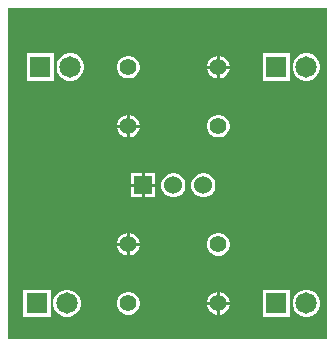
<source format=gbl>
G04*
G04 #@! TF.GenerationSoftware,Altium Limited,Altium Designer,22.10.1 (41)*
G04*
G04 Layer_Physical_Order=2*
G04 Layer_Color=16711680*
%FSLAX25Y25*%
%MOIN*%
G70*
G04*
G04 #@! TF.SameCoordinates,A0270BB2-01BD-44B2-A44C-0491C2069839*
G04*
G04*
G04 #@! TF.FilePolarity,Positive*
G04*
G01*
G75*
%ADD18R,0.06024X0.06024*%
%ADD19C,0.06024*%
%ADD20R,0.07146X0.07146*%
%ADD21C,0.07146*%
%ADD22C,0.05512*%
G36*
X110236Y3937D02*
X3937D01*
Y114173D01*
X110236D01*
Y3937D01*
D02*
G37*
%LPC*%
G36*
X74555Y98243D02*
Y94988D01*
X77810D01*
X77555Y95938D01*
X77061Y96794D01*
X76361Y97494D01*
X75505Y97988D01*
X74555Y98243D01*
D02*
G37*
G36*
X73555D02*
X72605Y97988D01*
X71749Y97494D01*
X71050Y96794D01*
X70555Y95938D01*
X70301Y94988D01*
X73555D01*
Y98243D01*
D02*
G37*
G36*
X77810Y93988D02*
X74555D01*
Y90734D01*
X75505Y90988D01*
X76361Y91483D01*
X77061Y92182D01*
X77555Y93038D01*
X77810Y93988D01*
D02*
G37*
G36*
X73555D02*
X70301D01*
X70555Y93038D01*
X71050Y92182D01*
X71749Y91483D01*
X72605Y90988D01*
X73555Y90734D01*
Y93988D01*
D02*
G37*
G36*
X44550Y98244D02*
X43561D01*
X42605Y97988D01*
X41749Y97494D01*
X41050Y96794D01*
X40555Y95938D01*
X40299Y94983D01*
Y93994D01*
X40555Y93038D01*
X41050Y92182D01*
X41749Y91483D01*
X42605Y90988D01*
X43561Y90732D01*
X44550D01*
X45505Y90988D01*
X46361Y91483D01*
X47061Y92182D01*
X47555Y93038D01*
X47811Y93994D01*
Y94983D01*
X47555Y95938D01*
X47061Y96794D01*
X46361Y97494D01*
X45505Y97988D01*
X44550Y98244D01*
D02*
G37*
G36*
X104027Y99061D02*
X102823D01*
X101660Y98749D01*
X100617Y98147D01*
X99766Y97296D01*
X99164Y96253D01*
X98852Y95090D01*
Y93886D01*
X99164Y92723D01*
X99766Y91680D01*
X100617Y90829D01*
X101660Y90227D01*
X102823Y89915D01*
X104027D01*
X105190Y90227D01*
X106233Y90829D01*
X107084Y91680D01*
X107686Y92723D01*
X107998Y93886D01*
Y95090D01*
X107686Y96253D01*
X107084Y97296D01*
X106233Y98147D01*
X105190Y98749D01*
X104027Y99061D01*
D02*
G37*
G36*
X97998D02*
X88852D01*
Y89915D01*
X97998D01*
Y99061D01*
D02*
G37*
G36*
X25287D02*
X24083D01*
X22920Y98749D01*
X21877Y98147D01*
X21026Y97296D01*
X20424Y96253D01*
X20112Y95090D01*
Y93886D01*
X20424Y92723D01*
X21026Y91680D01*
X21877Y90829D01*
X22920Y90227D01*
X24083Y89915D01*
X25287D01*
X26450Y90227D01*
X27493Y90829D01*
X28344Y91680D01*
X28946Y92723D01*
X29258Y93886D01*
Y95090D01*
X28946Y96253D01*
X28344Y97296D01*
X27493Y98147D01*
X26450Y98749D01*
X25287Y99061D01*
D02*
G37*
G36*
X19258D02*
X10112D01*
Y89915D01*
X19258D01*
Y99061D01*
D02*
G37*
G36*
X44555Y78558D02*
Y75303D01*
X47809D01*
X47555Y76253D01*
X47061Y77109D01*
X46361Y77809D01*
X45505Y78303D01*
X44555Y78558D01*
D02*
G37*
G36*
X43555D02*
X42605Y78303D01*
X41749Y77809D01*
X41050Y77109D01*
X40555Y76253D01*
X40301Y75303D01*
X43555D01*
Y78558D01*
D02*
G37*
G36*
X47809Y74303D02*
X44555D01*
Y71049D01*
X45505Y71303D01*
X46361Y71798D01*
X47061Y72497D01*
X47555Y73353D01*
X47809Y74303D01*
D02*
G37*
G36*
X43555D02*
X40301D01*
X40555Y73353D01*
X41050Y72497D01*
X41749Y71798D01*
X42605Y71303D01*
X43555Y71049D01*
Y74303D01*
D02*
G37*
G36*
X74550Y78559D02*
X73561D01*
X72605Y78303D01*
X71749Y77809D01*
X71050Y77109D01*
X70555Y76253D01*
X70299Y75298D01*
Y74309D01*
X70555Y73353D01*
X71050Y72497D01*
X71749Y71798D01*
X72605Y71303D01*
X73561Y71047D01*
X74550D01*
X75505Y71303D01*
X76361Y71798D01*
X77061Y72497D01*
X77555Y73353D01*
X77811Y74309D01*
Y75298D01*
X77555Y76253D01*
X77061Y77109D01*
X76361Y77809D01*
X75505Y78303D01*
X74550Y78559D01*
D02*
G37*
G36*
X53067Y59130D02*
X49555D01*
Y55618D01*
X53067D01*
Y59130D01*
D02*
G37*
G36*
X48555D02*
X45043D01*
Y55618D01*
X48555D01*
Y59130D01*
D02*
G37*
G36*
X69583D02*
X68527D01*
X67507Y58856D01*
X66592Y58328D01*
X65845Y57581D01*
X65317Y56667D01*
X65043Y55646D01*
Y54590D01*
X65317Y53570D01*
X65845Y52655D01*
X66592Y51908D01*
X67507Y51380D01*
X68527Y51106D01*
X69583D01*
X70604Y51380D01*
X71518Y51908D01*
X72265Y52655D01*
X72794Y53570D01*
X73067Y54590D01*
Y55646D01*
X72794Y56667D01*
X72265Y57581D01*
X71518Y58328D01*
X70604Y58856D01*
X69583Y59130D01*
D02*
G37*
G36*
X59583D02*
X58527D01*
X57507Y58856D01*
X56592Y58328D01*
X55845Y57581D01*
X55317Y56667D01*
X55043Y55646D01*
Y54590D01*
X55317Y53570D01*
X55845Y52655D01*
X56592Y51908D01*
X57507Y51380D01*
X58527Y51106D01*
X59583D01*
X60604Y51380D01*
X61518Y51908D01*
X62265Y52655D01*
X62793Y53570D01*
X63067Y54590D01*
Y55646D01*
X62793Y56667D01*
X62265Y57581D01*
X61518Y58328D01*
X60604Y58856D01*
X59583Y59130D01*
D02*
G37*
G36*
X53067Y54618D02*
X49555D01*
Y51106D01*
X53067D01*
Y54618D01*
D02*
G37*
G36*
X48555D02*
X45043D01*
Y51106D01*
X48555D01*
Y54618D01*
D02*
G37*
G36*
X44555Y39187D02*
Y35933D01*
X47809D01*
X47555Y36883D01*
X47061Y37739D01*
X46361Y38438D01*
X45505Y38933D01*
X44555Y39187D01*
D02*
G37*
G36*
X43555D02*
X42605Y38933D01*
X41749Y38438D01*
X41050Y37739D01*
X40555Y36883D01*
X40301Y35933D01*
X43555D01*
Y39187D01*
D02*
G37*
G36*
X47809Y34933D02*
X44555D01*
Y31679D01*
X45505Y31933D01*
X46361Y32428D01*
X47061Y33127D01*
X47555Y33983D01*
X47809Y34933D01*
D02*
G37*
G36*
X43555D02*
X40301D01*
X40555Y33983D01*
X41050Y33127D01*
X41749Y32428D01*
X42605Y31933D01*
X43555Y31679D01*
Y34933D01*
D02*
G37*
G36*
X74550Y39189D02*
X73561D01*
X72605Y38933D01*
X71749Y38438D01*
X71050Y37739D01*
X70555Y36883D01*
X70299Y35928D01*
Y34939D01*
X70555Y33983D01*
X71050Y33127D01*
X71749Y32428D01*
X72605Y31933D01*
X73561Y31677D01*
X74550D01*
X75505Y31933D01*
X76361Y32428D01*
X77061Y33127D01*
X77555Y33983D01*
X77811Y34939D01*
Y35928D01*
X77555Y36883D01*
X77061Y37739D01*
X76361Y38438D01*
X75505Y38933D01*
X74550Y39189D01*
D02*
G37*
G36*
X74555Y19502D02*
Y16248D01*
X77810D01*
X77555Y17198D01*
X77061Y18054D01*
X76361Y18754D01*
X75505Y19248D01*
X74555Y19502D01*
D02*
G37*
G36*
X73555D02*
X72605Y19248D01*
X71749Y18754D01*
X71050Y18054D01*
X70555Y17198D01*
X70301Y16248D01*
X73555D01*
Y19502D01*
D02*
G37*
G36*
X77810Y15248D02*
X74555D01*
Y11994D01*
X75505Y12248D01*
X76361Y12743D01*
X77061Y13442D01*
X77555Y14298D01*
X77810Y15248D01*
D02*
G37*
G36*
X73555D02*
X70301D01*
X70555Y14298D01*
X71050Y13442D01*
X71749Y12743D01*
X72605Y12248D01*
X73555Y11994D01*
Y15248D01*
D02*
G37*
G36*
X44550Y19504D02*
X43561D01*
X42605Y19248D01*
X41749Y18754D01*
X41050Y18054D01*
X40555Y17198D01*
X40299Y16242D01*
Y15254D01*
X40555Y14298D01*
X41050Y13442D01*
X41749Y12743D01*
X42605Y12248D01*
X43561Y11992D01*
X44550D01*
X45505Y12248D01*
X46361Y12743D01*
X47061Y13442D01*
X47555Y14298D01*
X47811Y15254D01*
Y16242D01*
X47555Y17198D01*
X47061Y18054D01*
X46361Y18754D01*
X45505Y19248D01*
X44550Y19504D01*
D02*
G37*
G36*
X104027Y20321D02*
X102823D01*
X101660Y20009D01*
X100617Y19407D01*
X99766Y18556D01*
X99164Y17513D01*
X98852Y16350D01*
Y15146D01*
X99164Y13983D01*
X99766Y12940D01*
X100617Y12089D01*
X101660Y11487D01*
X102823Y11175D01*
X104027D01*
X105190Y11487D01*
X106233Y12089D01*
X107084Y12940D01*
X107686Y13983D01*
X107998Y15146D01*
Y16350D01*
X107686Y17513D01*
X107084Y18556D01*
X106233Y19407D01*
X105190Y20009D01*
X104027Y20321D01*
D02*
G37*
G36*
X97998D02*
X88852D01*
Y11175D01*
X97998D01*
Y20321D01*
D02*
G37*
G36*
X24224D02*
X23020D01*
X21857Y20009D01*
X20814Y19407D01*
X19963Y18556D01*
X19361Y17513D01*
X19049Y16350D01*
Y15146D01*
X19361Y13983D01*
X19963Y12940D01*
X20814Y12089D01*
X21857Y11487D01*
X23020Y11175D01*
X24224D01*
X25387Y11487D01*
X26430Y12089D01*
X27281Y12940D01*
X27883Y13983D01*
X28195Y15146D01*
Y16350D01*
X27883Y17513D01*
X27281Y18556D01*
X26430Y19407D01*
X25387Y20009D01*
X24224Y20321D01*
D02*
G37*
G36*
X18195D02*
X9049D01*
Y11175D01*
X18195D01*
Y20321D01*
D02*
G37*
%LPD*%
D18*
X49055Y55118D02*
D03*
D19*
X59055D02*
D03*
X69055D02*
D03*
D20*
X14685Y94488D02*
D03*
X93425D02*
D03*
Y15748D02*
D03*
X13622D02*
D03*
D21*
X24685Y94488D02*
D03*
X103425D02*
D03*
Y15748D02*
D03*
X23622D02*
D03*
D22*
X74055Y94488D02*
D03*
X44055D02*
D03*
Y74803D02*
D03*
X74055D02*
D03*
X44055Y35433D02*
D03*
X74055D02*
D03*
Y15748D02*
D03*
X44055D02*
D03*
M02*

</source>
